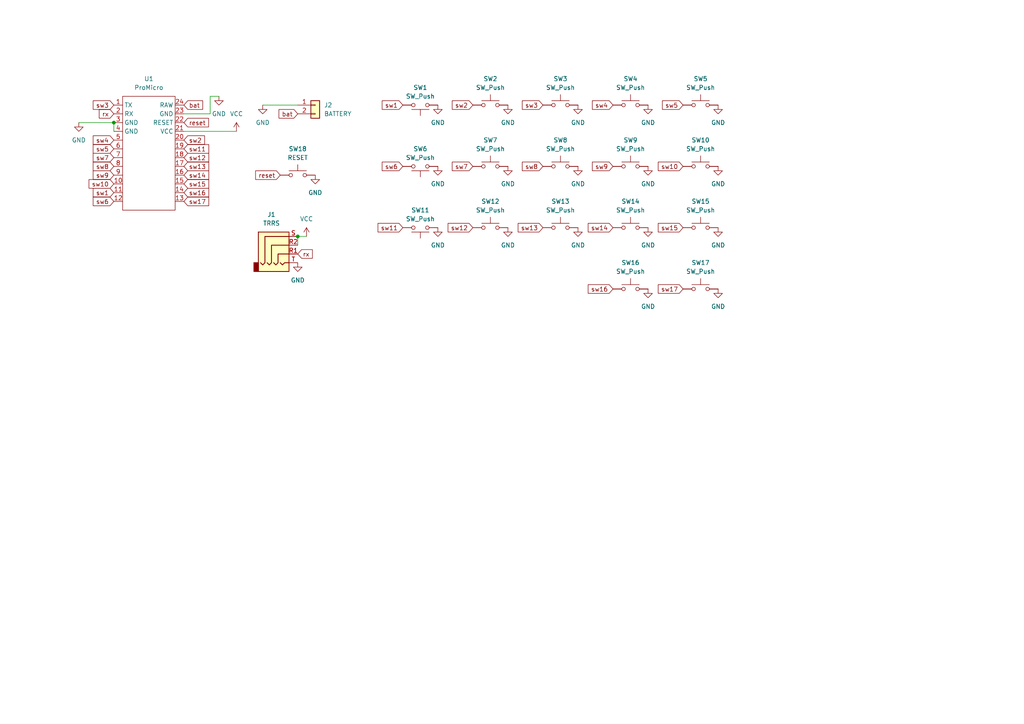
<source format=kicad_sch>
(kicad_sch (version 20211123) (generator eeschema)
  (paper "A4")
  (lib_symbols
    (symbol "Connector:AudioJack4"
      (property "Reference" "J" (at 0 8.89 0))
      (property "Value" "AudioJack4" (at 0 6.35 0))
      (symbol "AudioJack4_0_1"
        (rectangle (start -6.35 -5.08) (end -7.62 -7.62) (stroke (width 0.254)) (fill (type outline)))
        (polyline (pts (xy 0 -5.08) (xy 0.635 -5.715) (xy 1.27 -5.08) (xy 2.54 -5.08)) (stroke (width 0.254)))
        (polyline (pts (xy -5.715 -5.08) (xy -5.08 -5.715) (xy -4.445 -5.08) (xy -4.445 2.54) (xy 2.54 2.54)) (stroke (width 0.254)))
        (polyline (pts (xy -1.905 -5.08) (xy -1.27 -5.715) (xy -0.635 -5.08) (xy -0.635 -2.54) (xy 2.54 -2.54)) (stroke (width 0.254)))
        (polyline (pts (xy 2.54 0) (xy -2.54 0) (xy -2.54 -5.08) (xy -3.175 -5.715) (xy -3.81 -5.08)) (stroke (width 0.254)))
        (rectangle (start 2.54 3.81) (end -6.35 -7.62) (stroke (width 0.254)) (fill (type background)))
      )
      (symbol "AudioJack4_1_1"
        (pin passive line (at 5.08 -2.54 180) (length 2.54) (name "~") (number "R1"))
        (pin passive line (at 5.08 0 180) (length 2.54) (name "~") (number "R2"))
        (pin passive line (at 5.08 2.54 180) (length 2.54) (name "~") (number "S"))
        (pin passive line (at 5.08 -5.08 180) (length 2.54) (name "~") (number "T"))
      )
    )
    (symbol "Connector_Generic:Conn_01x02" (pin_names (offset 1.016) hide)
      (property "Reference" "J" (at 0 2.54 0))
      (property "Value" "Conn_01x02" (at 0 -5.08 0))
      (symbol "Conn_01x02_1_1"
        (rectangle (start -1.27 -2.413) (end 0 -2.667) (stroke (width 0.1524)))
        (rectangle (start -1.27 0.127) (end 0 -0.127) (stroke (width 0.1524)))
        (rectangle (start -1.27 1.27) (end 1.27 -3.81) (stroke (width 0.254)) (fill (type background)))
        (pin passive line (at -5.08 0 0) (length 3.81) (name "Pin_1") (number "1"))
        (pin passive line (at -5.08 -2.54 0) (length 3.81) (name "Pin_2") (number "2"))
      )
    )
    (symbol "Switch:SW_Push" (pin_numbers hide) (pin_names (offset 1.016) hide)
      (property "Reference" "SW" (at 1.27 2.54 0))
      (property "Value" "SW_Push" (at 0 -1.524 0))
      (symbol "SW_Push_0_1"
        (circle (center -2.032 0) (radius 0.508))
        (polyline (pts (xy 0 1.27) (xy 0 3.048)))
        (polyline (pts (xy 2.54 1.27) (xy -2.54 1.27)))
        (circle (center 2.032 0) (radius 0.508))
        (pin passive line (at -5.08 0 0) (length 2.54) (name "1") (number "1"))
        (pin passive line (at 5.08 0 180) (length 2.54) (name "2") (number "2"))
      )
    )
    (symbol "cresk:ProMicro" (in_bom no)
      (property "Reference" "U" (at 0 2.54 0))
      (property "Value" "ProMicro" (at 0 0 0))
      (symbol "ProMicro_0_0"
        (pin bidirectional line (at -10.16 15.24 0) (length 2.54) (name "TX") (number "1"))
        (pin bidirectional line (at -10.16 -7.62 0) (length 2.54) (name "") (number "10"))
        (pin bidirectional line (at -10.16 -10.16 0) (length 2.54) (name "") (number "11"))
        (pin bidirectional line (at -10.16 -12.7 0) (length 2.54) (name "") (number "12"))
        (pin bidirectional line (at 10.16 -12.7 180) (length 2.54) (name "") (number "13"))
        (pin bidirectional line (at 10.16 -10.16 180) (length 2.54) (name "") (number "14"))
        (pin bidirectional line (at 10.16 -7.62 180) (length 2.54) (name "") (number "15"))
        (pin bidirectional line (at 10.16 -5.08 180) (length 2.54) (name "") (number "16"))
        (pin bidirectional line (at 10.16 -2.54 180) (length 2.54) (name "") (number "17"))
        (pin bidirectional line (at 10.16 0 180) (length 2.54) (name "") (number "18"))
        (pin bidirectional line (at 10.16 2.54 180) (length 2.54) (name "") (number "19"))
        (pin bidirectional line (at -10.16 12.7 0) (length 2.54) (name "RX") (number "2"))
        (pin bidirectional line (at 10.16 5.08 180) (length 2.54) (name "") (number "20"))
        (pin power_in line (at 10.16 7.62 180) (length 2.54) (name "VCC") (number "21"))
        (pin bidirectional line (at 10.16 10.16 180) (length 2.54) (name "RESET") (number "22"))
        (pin power_in line (at 10.16 12.7 180) (length 2.54) (name "GND") (number "23"))
        (pin power_in line (at 10.16 15.24 180) (length 2.54) (name "RAW") (number "24"))
        (pin power_in line (at -10.16 10.16 0) (length 2.54) (name "GND") (number "3"))
        (pin power_in line (at -10.16 7.62 0) (length 2.54) (name "GND") (number "4"))
        (pin bidirectional line (at -10.16 5.08 0) (length 2.54) (name "") (number "5"))
        (pin bidirectional line (at -10.16 2.54 0) (length 2.54) (name "") (number "6"))
        (pin bidirectional line (at -10.16 0 0) (length 2.54) (name "") (number "7"))
        (pin bidirectional line (at -10.16 -2.54 0) (length 2.54) (name "") (number "8"))
        (pin bidirectional line (at -10.16 -5.08 0) (length 2.54) (name "") (number "9"))
      )
      (symbol "ProMicro_0_1"
        (rectangle (start -7.62 17.78) (end 7.62 -15.24))
      )
    )
    (symbol "power:GND" (power) (pin_names (offset 0))
      (property "Value" "GND" (at 0 -3.81 0))
      (symbol "GND_0_1"
        (polyline (pts (xy 0 0) (xy 0 -1.27) (xy 1.27 -1.27) (xy 0 -2.54) (xy -1.27 -1.27) (xy 0 -1.27)))
      )
      (symbol "GND_1_1"
        (pin power_in line (at 0 0 270) (length 0) hide (name "GND") (number "1"))
      )
    )
    (symbol "power:VCC" (power) (pin_names (offset 0))
      (property "Value" "VCC" (at 0 3.81 0))
      (symbol "VCC_0_1"
        (polyline (pts (xy -0.762 1.27) (xy 0 2.54)))
        (polyline (pts (xy 0 0) (xy 0 2.54)))
        (polyline (pts (xy 0 2.54) (xy 0.762 1.27)))
      )
      (symbol "VCC_1_1"
        (pin power_in line (at 0 0 90) (length 0) hide (name "VCC") (number "1"))
      )
    )
  )
  (junction (at 33.02 35.56))
  (junction (at 86.36 68.58))
  (wire (pts (xy 63.5 27.94) (xy 60.96 27.94)))
  (wire (pts (xy 60.96 27.94) (xy 60.96 33.02)))
  (wire (pts (xy 53.34 38.1) (xy 68.58 38.1)))
  (wire (pts (xy 22.86 35.56) (xy 33.02 35.56)))
  (wire (pts (xy 53.34 33.02) (xy 60.96 33.02)))
  (wire (pts (xy 76.2 30.48) (xy 86.36 30.48)))
  (wire (pts (xy 86.36 68.58) (xy 86.36 71.12)))
  (wire (pts (xy 33.02 35.56) (xy 33.02 38.1)))
  (wire (pts (xy 86.36 68.58) (xy 88.9 68.58)))
  (global_label "sw13" (shape input) (at 157.48 66.04 180) (property "Intersheet References" "${INTERSHEET_REFS}" (effects hide)))
  (global_label "sw8" (shape input) (at 33.02 48.26 180) (property "Intersheet References" "${INTERSHEET_REFS}" (effects hide)))
  (global_label "sw2" (shape input) (at 137.16 30.48 180) (property "Intersheet References" "${INTERSHEET_REFS}" (effects hide)))
  (global_label "sw9" (shape input) (at 33.02 50.8 180) (property "Intersheet References" "${INTERSHEET_REFS}" (effects hide)))
  (global_label "reset" (shape input) (at 53.34 35.56 0) (property "Intersheet References" "${INTERSHEET_REFS}" (effects hide)))
  (global_label "sw17" (shape input) (at 53.34 58.42 0) (property "Intersheet References" "${INTERSHEET_REFS}" (effects hide)))
  (global_label "rx" (shape input) (at 33.02 33.02 180) (property "Intersheet References" "${INTERSHEET_REFS}" (effects hide)))
  (global_label "sw11" (shape input) (at 116.84 66.04 180) (property "Intersheet References" "${INTERSHEET_REFS}" (effects hide)))
  (global_label "sw3" (shape input) (at 157.48 30.48 180) (property "Intersheet References" "${INTERSHEET_REFS}" (effects hide)))
  (global_label "sw1" (shape input) (at 33.02 55.88 180) (property "Intersheet References" "${INTERSHEET_REFS}" (effects hide)))
  (global_label "sw16" (shape input) (at 177.8 83.82 180) (property "Intersheet References" "${INTERSHEET_REFS}" (effects hide)))
  (global_label "sw10" (shape input) (at 198.12 48.26 180) (property "Intersheet References" "${INTERSHEET_REFS}" (effects hide)))
  (global_label "sw13" (shape input) (at 53.34 48.26 0) (property "Intersheet References" "${INTERSHEET_REFS}" (effects hide)))
  (global_label "sw12" (shape input) (at 53.34 45.72 0) (property "Intersheet References" "${INTERSHEET_REFS}" (effects hide)))
  (global_label "rx" (shape input) (at 86.36 73.66 0) (property "Intersheet References" "${INTERSHEET_REFS}" (effects hide)))
  (global_label "sw4" (shape input) (at 33.02 40.64 180) (property "Intersheet References" "${INTERSHEET_REFS}" (effects hide)))
  (global_label "sw2" (shape input) (at 53.34 40.64 0) (property "Intersheet References" "${INTERSHEET_REFS}" (effects hide)))
  (global_label "sw14" (shape input) (at 177.8 66.04 180) (property "Intersheet References" "${INTERSHEET_REFS}" (effects hide)))
  (global_label "sw14" (shape input) (at 53.34 50.8 0) (property "Intersheet References" "${INTERSHEET_REFS}" (effects hide)))
  (global_label "sw3" (shape input) (at 33.02 30.48 180) (property "Intersheet References" "${INTERSHEET_REFS}" (effects hide)))
  (global_label "sw5" (shape input) (at 198.12 30.48 180) (property "Intersheet References" "${INTERSHEET_REFS}" (effects hide)))
  (global_label "sw6" (shape input) (at 33.02 58.42 180) (property "Intersheet References" "${INTERSHEET_REFS}" (effects hide)))
  (global_label "sw7" (shape input) (at 33.02 45.72 180) (property "Intersheet References" "${INTERSHEET_REFS}" (effects hide)))
  (global_label "reset" (shape input) (at 81.28 50.8 180) (property "Intersheet References" "${INTERSHEET_REFS}" (effects hide)))
  (global_label "sw12" (shape input) (at 137.16 66.04 180) (property "Intersheet References" "${INTERSHEET_REFS}" (effects hide)))
  (global_label "sw15" (shape input) (at 198.12 66.04 180) (property "Intersheet References" "${INTERSHEET_REFS}" (effects hide)))
  (global_label "sw6" (shape input) (at 116.84 48.26 180) (property "Intersheet References" "${INTERSHEET_REFS}" (effects hide)))
  (global_label "sw15" (shape input) (at 53.34 53.34 0) (property "Intersheet References" "${INTERSHEET_REFS}" (effects hide)))
  (global_label "sw8" (shape input) (at 157.48 48.26 180) (property "Intersheet References" "${INTERSHEET_REFS}" (effects hide)))
  (global_label "sw17" (shape input) (at 198.12 83.82 180) (property "Intersheet References" "${INTERSHEET_REFS}" (effects hide)))
  (global_label "sw7" (shape input) (at 137.16 48.26 180) (property "Intersheet References" "${INTERSHEET_REFS}" (effects hide)))
  (global_label "bat" (shape input) (at 86.36 33.02 180) (property "Intersheet References" "${INTERSHEET_REFS}" (effects hide)))
  (global_label "bat" (shape input) (at 53.34 30.48 0) (property "Intersheet References" "${INTERSHEET_REFS}" (effects hide)))
  (global_label "sw16" (shape input) (at 53.34 55.88 0) (property "Intersheet References" "${INTERSHEET_REFS}" (effects hide)))
  (global_label "sw5" (shape input) (at 33.02 43.18 180) (property "Intersheet References" "${INTERSHEET_REFS}" (effects hide)))
  (global_label "sw11" (shape input) (at 53.34 43.18 0) (property "Intersheet References" "${INTERSHEET_REFS}" (effects hide)))
  (global_label "sw1" (shape input) (at 116.84 30.48 180) (property "Intersheet References" "${INTERSHEET_REFS}" (effects hide)))
  (global_label "sw4" (shape input) (at 177.8 30.48 180) (property "Intersheet References" "${INTERSHEET_REFS}" (effects hide)))
  (global_label "sw10" (shape input) (at 33.02 53.34 180) (property "Intersheet References" "${INTERSHEET_REFS}" (effects hide)))
  (global_label "sw9" (shape input) (at 177.8 48.26 180) (property "Intersheet References" "${INTERSHEET_REFS}" (effects hide)))
  (symbol (lib_id "power:GND") (at 127 66.04 0) (unit 1)
    (property "Reference" "#PWR011" (effects hide))
    (property "Value" "GND" (at 127 71.12 0))
  )
  (symbol (lib_id "power:VCC") (at 88.9 68.58 0) (unit 1)
    (property "Reference" "#PWR0105" (effects hide))
    (property "Value" "VCC" (at 88.9 63.5 0))
  )
  (symbol (lib_id "power:GND") (at 147.32 48.26 0) (unit 1)
    (property "Reference" "#PWR07" (effects hide))
    (property "Value" "GND" (at 147.32 53.34 0))
  )
  (symbol (lib_id "Switch:SW_Push") (at 142.24 66.04 0) (unit 1)
    (property "Reference" "SW12" (at 142.24 58.42 0))
    (property "Value" "SW_Push" (at 142.24 60.96 0))
    (property "Footprint" "cresk:Kailh_Choc_Socket_Reversible_Plain" (effects hide))
  )
  (symbol (lib_id "Connector_Generic:Conn_01x02") (at 91.44 30.48 0) (unit 1)
    (property "Reference" "J2" (at 93.98 30.4799 0) (effects (justify left)))
    (property "Value" "BATTERY" (at 93.98 33.0199 0) (effects (justify left)))
    (property "Footprint" "cresk:J_BATTERY" (effects hide))
  )
  (symbol (lib_id "Switch:SW_Push") (at 203.2 83.82 0) (unit 1)
    (property "Reference" "SW17" (at 203.2 76.2 0))
    (property "Value" "SW_Push" (at 203.2 78.74 0))
    (property "Footprint" "cresk:Kailh_Choc_Socket_Reversible_Plain_Alt" (effects hide))
  )
  (symbol (lib_id "power:GND") (at 127 30.48 0) (unit 1)
    (property "Reference" "#PWR01" (effects hide))
    (property "Value" "GND" (at 127 35.56 0))
  )
  (symbol (lib_id "Switch:SW_Push") (at 162.56 66.04 0) (unit 1)
    (property "Reference" "SW13" (at 162.56 58.42 0))
    (property "Value" "SW_Push" (at 162.56 60.96 0))
    (property "Footprint" "cresk:Kailh_Choc_Socket_Reversible_Plain" (effects hide))
  )
  (symbol (lib_id "Switch:SW_Push") (at 121.92 48.26 180) (unit 1)
    (property "Reference" "SW6" (at 121.92 43.18 0))
    (property "Value" "SW_Push" (at 121.92 45.72 0))
    (property "Footprint" "cresk:Kailh_Choc_Socket_Reversible_Plain_Alt" (effects hide))
  )
  (symbol (lib_id "power:GND") (at 187.96 66.04 0) (unit 1)
    (property "Reference" "#PWR014" (effects hide))
    (property "Value" "GND" (at 187.96 71.12 0))
  )
  (symbol (lib_id "power:GND") (at 63.5 27.94 0) (mirror y) (unit 1)
    (property "Reference" "#PWR0101" (effects hide))
    (property "Value" "GND" (at 63.5 33.02 0))
  )
  (symbol (lib_id "Switch:SW_Push") (at 86.36 50.8 0) (unit 1)
    (property "Reference" "SW18" (at 86.36 43.18 0))
    (property "Value" "RESET" (at 86.36 45.72 0))
    (property "Footprint" "Button_Switch_THT:SW_PUSH_6mm" (effects hide))
  )
  (symbol (lib_id "Switch:SW_Push") (at 121.92 30.48 180) (unit 1)
    (property "Reference" "SW1" (at 121.92 25.4 0))
    (property "Value" "SW_Push" (at 121.92 27.94 0))
    (property "Footprint" "cresk:Kailh_Choc_Socket_Reversible_Plain_Alt" (effects hide))
  )
  (symbol (lib_id "power:GND") (at 167.64 66.04 0) (unit 1)
    (property "Reference" "#PWR013" (effects hide))
    (property "Value" "GND" (at 167.64 71.12 0))
  )
  (symbol (lib_id "power:GND") (at 127 48.26 0) (unit 1)
    (property "Reference" "#PWR06" (effects hide))
    (property "Value" "GND" (at 127 53.34 0))
  )
  (symbol (lib_id "power:GND") (at 147.32 30.48 0) (unit 1)
    (property "Reference" "#PWR02" (effects hide))
    (property "Value" "GND" (at 147.32 35.56 0))
  )
  (symbol (lib_id "Switch:SW_Push") (at 182.88 83.82 0) (unit 1)
    (property "Reference" "SW16" (at 182.88 76.2 0))
    (property "Value" "SW_Push" (at 182.88 78.74 0))
    (property "Footprint" "cresk:Kailh_Choc_Socket_Reversible_Plain_Alt" (effects hide))
  )
  (symbol (lib_id "power:GND") (at 167.64 48.26 0) (unit 1)
    (property "Reference" "#PWR08" (effects hide))
    (property "Value" "GND" (at 167.64 53.34 0))
  )
  (symbol (lib_id "Switch:SW_Push") (at 162.56 48.26 0) (unit 1)
    (property "Reference" "SW8" (at 162.56 40.64 0))
    (property "Value" "SW_Push" (at 162.56 43.18 0))
    (property "Footprint" "cresk:Kailh_Choc_Socket_Reversible_Plain" (effects hide))
  )
  (symbol (lib_id "power:GND") (at 187.96 48.26 0) (unit 1)
    (property "Reference" "#PWR09" (effects hide))
    (property "Value" "GND" (at 187.96 53.34 0))
  )
  (symbol (lib_id "power:GND") (at 91.44 50.8 0) (unit 1)
    (property "Reference" "#PWR0103" (effects hide))
    (property "Value" "GND" (at 91.44 55.88 0))
  )
  (symbol (lib_id "Switch:SW_Push") (at 142.24 30.48 0) (unit 1)
    (property "Reference" "SW2" (at 142.24 22.86 0))
    (property "Value" "SW_Push" (at 142.24 25.4 0))
    (property "Footprint" "cresk:Kailh_Choc_Socket_Reversible_Plain" (effects hide))
  )
  (symbol (lib_id "Switch:SW_Push") (at 182.88 30.48 0) (unit 1)
    (property "Reference" "SW4" (at 182.88 22.86 0))
    (property "Value" "SW_Push" (at 182.88 25.4 0))
    (property "Footprint" "cresk:Kailh_Choc_Socket_Reversible_Plain" (effects hide))
  )
  (symbol (lib_id "cresk:ProMicro") (at 43.18 45.72 0) (unit 1) (in_bom no)
    (property "Reference" "U1" (at 43.18 22.86 0))
    (property "Value" "ProMicro" (at 43.18 25.4 0))
    (property "Footprint" "cresk:ProMicro" (effects hide))
  )
  (symbol (lib_id "Connector:AudioJack4") (at 81.28 71.12 0) (unit 1)
    (property "Reference" "J1" (at 78.74 62.23 0))
    (property "Value" "TRRS" (at 78.74 64.77 0))
    (property "Footprint" "cresk:PJ-320A_Reversible_Alt" (effects hide))
  )
  (symbol (lib_id "power:GND") (at 187.96 30.48 0) (unit 1)
    (property "Reference" "#PWR04" (effects hide))
    (property "Value" "GND" (at 187.96 35.56 0))
  )
  (symbol (lib_id "Switch:SW_Push") (at 203.2 48.26 0) (unit 1)
    (property "Reference" "SW10" (at 203.2 40.64 0))
    (property "Value" "SW_Push" (at 203.2 43.18 0))
    (property "Footprint" "cresk:Kailh_Choc_Socket_Reversible_Plain_Alt" (effects hide))
  )
  (symbol (lib_id "Switch:SW_Push") (at 182.88 48.26 0) (unit 1)
    (property "Reference" "SW9" (at 182.88 40.64 0))
    (property "Value" "SW_Push" (at 182.88 43.18 0))
    (property "Footprint" "cresk:Kailh_Choc_Socket_Reversible_Plain" (effects hide))
  )
  (symbol (lib_id "Switch:SW_Push") (at 203.2 66.04 0) (unit 1)
    (property "Reference" "SW15" (at 203.2 58.42 0))
    (property "Value" "SW_Push" (at 203.2 60.96 0))
    (property "Footprint" "cresk:Kailh_Choc_Socket_Reversible_Plain" (effects hide))
  )
  (symbol (lib_id "Switch:SW_Push") (at 142.24 48.26 0) (unit 1)
    (property "Reference" "SW7" (at 142.24 40.64 0))
    (property "Value" "SW_Push" (at 142.24 43.18 0))
    (property "Footprint" "cresk:Kailh_Choc_Socket_Reversible_Plain" (effects hide))
  )
  (symbol (lib_id "power:GND") (at 76.2 30.48 0) (unit 1)
    (property "Reference" "#PWR0107" (effects hide))
    (property "Value" "GND" (at 76.2 35.56 0))
  )
  (symbol (lib_id "power:GND") (at 147.32 66.04 0) (unit 1)
    (property "Reference" "#PWR012" (effects hide))
    (property "Value" "GND" (at 147.32 71.12 0))
  )
  (symbol (lib_id "power:GND") (at 208.28 30.48 0) (unit 1)
    (property "Reference" "#PWR05" (effects hide))
    (property "Value" "GND" (at 208.28 35.56 0))
  )
  (symbol (lib_id "power:GND") (at 86.36 76.2 0) (unit 1)
    (property "Reference" "#PWR0106" (effects hide))
    (property "Value" "GND" (at 86.36 81.28 0))
  )
  (symbol (lib_id "power:GND") (at 187.96 83.82 0) (unit 1)
    (property "Reference" "#PWR016" (effects hide))
    (property "Value" "GND" (at 187.96 88.9 0))
  )
  (symbol (lib_id "power:GND") (at 208.28 48.26 0) (unit 1)
    (property "Reference" "#PWR010" (effects hide))
    (property "Value" "GND" (at 208.28 53.34 0))
  )
  (symbol (lib_id "power:GND") (at 208.28 83.82 0) (unit 1)
    (property "Reference" "#PWR017" (effects hide))
    (property "Value" "GND" (at 208.28 88.9 0))
  )
  (symbol (lib_id "power:GND") (at 167.64 30.48 0) (unit 1)
    (property "Reference" "#PWR03" (effects hide))
    (property "Value" "GND" (at 167.64 35.56 0))
  )
  (symbol (lib_id "Switch:SW_Push") (at 182.88 66.04 0) (unit 1)
    (property "Reference" "SW14" (at 182.88 58.42 0))
    (property "Value" "SW_Push" (at 182.88 60.96 0))
    (property "Footprint" "cresk:Kailh_Choc_Socket_Reversible_Plain" (effects hide))
  )
  (symbol (lib_id "Switch:SW_Push") (at 203.2 30.48 0) (unit 1)
    (property "Reference" "SW5" (at 203.2 22.86 0))
    (property "Value" "SW_Push" (at 203.2 25.4 0))
    (property "Footprint" "cresk:Kailh_Choc_Socket_Reversible_Plain_Alt" (effects hide))
  )
  (symbol (lib_id "power:VCC") (at 68.58 38.1 0) (unit 1)
    (property "Reference" "#PWR0104" (effects hide))
    (property "Value" "VCC" (at 68.58 33.02 0))
  )
  (symbol (lib_id "power:GND") (at 208.28 66.04 0) (unit 1)
    (property "Reference" "#PWR015" (effects hide))
    (property "Value" "GND" (at 208.28 71.12 0))
  )
  (symbol (lib_id "power:GND") (at 22.86 35.56 0) (unit 1)
    (property "Reference" "#PWR0102" (effects hide))
    (property "Value" "GND" (at 22.86 40.64 0))
  )
  (symbol (lib_id "Switch:SW_Push") (at 162.56 30.48 0) (unit 1)
    (property "Reference" "SW3" (at 162.56 22.86 0))
    (property "Value" "SW_Push" (at 162.56 25.4 0))
    (property "Footprint" "cresk:Kailh_Choc_Socket_Reversible_Plain" (effects hide))
  )
  (symbol (lib_id "Switch:SW_Push") (at 121.92 66.04 180) (unit 1)
    (property "Reference" "SW11" (at 121.92 60.96 0))
    (property "Value" "SW_Push" (at 121.92 63.5 0))
    (property "Footprint" "cresk:Kailh_Choc_Socket_Reversible_Plain_Alt" (effects hide))
  )
)
</source>
